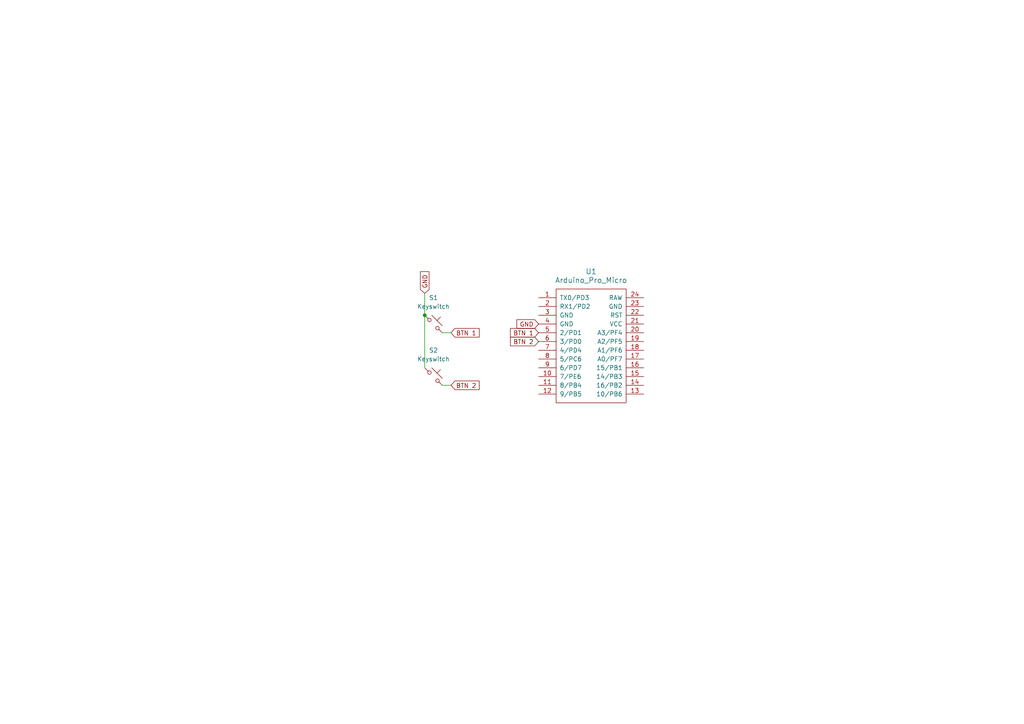
<source format=kicad_sch>
(kicad_sch (version 20230121) (generator eeschema)
  (paper "A4")
  (lib_symbols
    (symbol "ScottoKeebs:MCU_Arduino_Pro_Micro" (pin_names (offset 1.016))
      (property "Reference" "U" (at 0 0 0))
      (property "Value" "Arduino_Pro_Micro" (at 0 -19.05 0))
      (symbol "MCU_Arduino_Pro_Micro_0_1"
        (rectangle (start -10.16 16.51) (end 10.16 -16.51))
      )
      (symbol "MCU_Arduino_Pro_Micro_1_1"
        (pin input line (at -15.24 13.97 0) (length 5.08) (name "TX0/PD3") (number "1"))
        (pin input line (at -15.24 -8.89 0) (length 5.08) (name "7/PE6") (number "10"))
        (pin input line (at -15.24 -11.43 0) (length 5.08) (name "8/PB4") (number "11"))
        (pin input line (at -15.24 -13.97 0) (length 5.08) (name "9/PB5") (number "12"))
        (pin input line (at 15.24 -13.97 180) (length 5.08) (name "10/PB6") (number "13"))
        (pin input line (at 15.24 -11.43 180) (length 5.08) (name "16/PB2") (number "14"))
        (pin input line (at 15.24 -8.89 180) (length 5.08) (name "14/PB3") (number "15"))
        (pin input line (at 15.24 -6.35 180) (length 5.08) (name "15/PB1") (number "16"))
        (pin input line (at 15.24 -3.81 180) (length 5.08) (name "A0/PF7") (number "17"))
        (pin input line (at 15.24 -1.27 180) (length 5.08) (name "A1/PF6") (number "18"))
        (pin input line (at 15.24 1.27 180) (length 5.08) (name "A2/PF5") (number "19"))
        (pin input line (at -15.24 11.43 0) (length 5.08) (name "RX1/PD2") (number "2"))
        (pin input line (at 15.24 3.81 180) (length 5.08) (name "A3/PF4") (number "20"))
        (pin input line (at 15.24 6.35 180) (length 5.08) (name "VCC") (number "21"))
        (pin input line (at 15.24 8.89 180) (length 5.08) (name "RST") (number "22"))
        (pin input line (at 15.24 11.43 180) (length 5.08) (name "GND") (number "23"))
        (pin input line (at 15.24 13.97 180) (length 5.08) (name "RAW") (number "24"))
        (pin input line (at -15.24 8.89 0) (length 5.08) (name "GND") (number "3"))
        (pin input line (at -15.24 6.35 0) (length 5.08) (name "GND") (number "4"))
        (pin input line (at -15.24 3.81 0) (length 5.08) (name "2/PD1") (number "5"))
        (pin input line (at -15.24 1.27 0) (length 5.08) (name "3/PD0") (number "6"))
        (pin input line (at -15.24 -1.27 0) (length 5.08) (name "4/PD4") (number "7"))
        (pin input line (at -15.24 -3.81 0) (length 5.08) (name "5/PC6") (number "8"))
        (pin input line (at -15.24 -6.35 0) (length 5.08) (name "6/PD7") (number "9"))
      )
    )
    (symbol "ScottoKeebs:Placeholder_Keyswitch" (pin_numbers hide) (pin_names (offset 1.016) hide)
      (property "Reference" "S" (at 3.048 1.016 0))
      (property "Value" "Keyswitch" (at 0 -3.81 0))
      (symbol "Placeholder_Keyswitch_0_1"
        (circle (center -1.1684 1.1684) (radius 0.508))
        (polyline (pts (xy -0.508 2.54) (xy 2.54 -0.508)))
        (polyline (pts (xy 1.016 1.016) (xy 2.032 2.032)))
        (polyline (pts (xy -2.54 2.54) (xy -1.524 1.524) (xy -1.524 1.524)))
        (polyline (pts (xy 1.524 -1.524) (xy 2.54 -2.54) (xy 2.54 -2.54) (xy 2.54 -2.54)))
        (circle (center 1.143 -1.1938) (radius 0.508))
        (pin passive line (at -2.54 2.54 0) (length 0) (name "1") (number "1"))
        (pin passive line (at 2.54 -2.54 180) (length 0) (name "2") (number "2"))
      )
    )
  )
  (junction (at 123.19 91.44))
  (wire (pts (xy 123.19 91.44) (xy 123.19 106.68)))
  (wire (pts (xy 128.27 111.76) (xy 130.81 111.76)))
  (wire (pts (xy 123.19 85.09) (xy 123.19 91.44)))
  (wire (pts (xy 128.27 96.52) (xy 130.81 96.52)))
  (global_label "BTN 1" (shape input) (at 130.81 96.52 0) (property "Intersheetrefs" "${INTERSHEET_REFS}" (effects hide)))
  (global_label "BTN 2" (shape input) (at 156.21 99.06 180) (property "Intersheetrefs" "${INTERSHEET_REFS}" (effects hide)))
  (global_label "GND" (shape input) (at 156.21 93.98 180) (property "Intersheetrefs" "${INTERSHEET_REFS}" (effects hide)))
  (global_label "BTN 1" (shape input) (at 156.21 96.52 180) (property "Intersheetrefs" "${INTERSHEET_REFS}" (effects hide)))
  (global_label "BTN 2" (shape input) (at 130.81 111.76 0) (property "Intersheetrefs" "${INTERSHEET_REFS}" (effects hide)))
  (global_label "GND" (shape input) (at 123.19 85.09 90) (property "Intersheetrefs" "${INTERSHEET_REFS}" (effects hide)))
  (symbol (lib_id "ScottoKeebs:Placeholder_Keyswitch") (at 125.73 93.98 0) (unit 1)
    (property "Reference" "S1" (at 125.73 86.36 0))
    (property "Value" "Keyswitch" (at 125.73 88.9 0))
    (property "Footprint" "ScottoKeebs_MX:MX_PCB_1.00u" (effects hide))
  )
  (symbol (lib_id "ScottoKeebs:MCU_Arduino_Pro_Micro") (at 171.45 100.33 0) (unit 1)
    (property "Reference" "U1" (at 171.45 78.74 0) (effects (font (size 1.524 1.524))))
    (property "Value" "Arduino_Pro_Micro" (at 171.45 81.28 0) (effects (font (size 1.524 1.524))))
    (property "Footprint" "ScottoKeebs_MCU:Arduino_Pro_Micro" (effects hide))
  )
  (symbol (lib_id "ScottoKeebs:Placeholder_Keyswitch") (at 125.73 109.22 0) (unit 1)
    (property "Reference" "S2" (at 125.73 101.6 0))
    (property "Value" "Keyswitch" (at 125.73 104.14 0))
    (property "Footprint" "ScottoKeebs_MX:MX_PCB_1.00u" (effects hide))
  )
)
</source>
